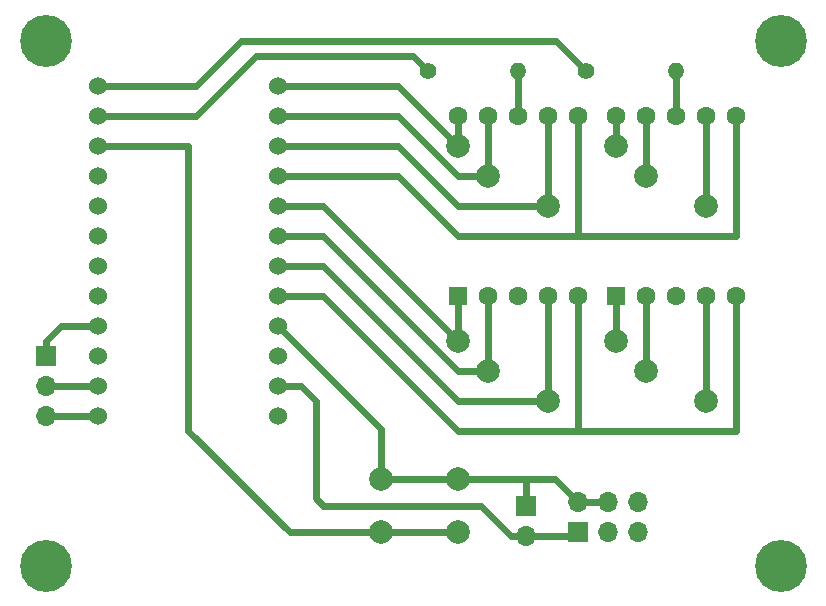
<source format=gbr>
%TF.GenerationSoftware,KiCad,Pcbnew,7.0.7*%
%TF.CreationDate,2023-09-30T15:48:00-05:00*%
%TF.ProjectId,Asus Qcode,41737573-2051-4636-9f64-652e6b696361,rev?*%
%TF.SameCoordinates,Original*%
%TF.FileFunction,Copper,L2,Bot*%
%TF.FilePolarity,Positive*%
%FSLAX46Y46*%
G04 Gerber Fmt 4.6, Leading zero omitted, Abs format (unit mm)*
G04 Created by KiCad (PCBNEW 7.0.7) date 2023-09-30 15:48:00*
%MOMM*%
%LPD*%
G01*
G04 APERTURE LIST*
%TA.AperFunction,ComponentPad*%
%ADD10C,1.524000*%
%TD*%
%TA.AperFunction,ComponentPad*%
%ADD11C,4.400000*%
%TD*%
%TA.AperFunction,ComponentPad*%
%ADD12C,2.000000*%
%TD*%
%TA.AperFunction,ComponentPad*%
%ADD13R,1.700000X1.700000*%
%TD*%
%TA.AperFunction,ComponentPad*%
%ADD14O,1.700000X1.700000*%
%TD*%
%TA.AperFunction,ComponentPad*%
%ADD15C,1.400000*%
%TD*%
%TA.AperFunction,ComponentPad*%
%ADD16O,1.400000X1.400000*%
%TD*%
%TA.AperFunction,ComponentPad*%
%ADD17R,1.600000X1.600000*%
%TD*%
%TA.AperFunction,ComponentPad*%
%ADD18C,1.600000*%
%TD*%
%TA.AperFunction,ViaPad*%
%ADD19C,2.000000*%
%TD*%
%TA.AperFunction,Conductor*%
%ADD20C,0.600000*%
%TD*%
G04 APERTURE END LIST*
D10*
%TO.P,uP1,7,TX0_D1*%
%TO.N,unconnected-(uP1-TX0_D1-Pad7)*%
X34925000Y-46990000D03*
%TO.P,uP1,8,RX_D0*%
%TO.N,Net-(J1-SOUTC_P80)*%
X34925000Y-44450000D03*
%TO.P,uP1,9,RESET*%
%TO.N,unconnected-(uP1-RESET-Pad9)*%
X34925000Y-41910000D03*
%TO.P,uP1,10,GND*%
%TO.N,GND*%
X34925000Y-39370000D03*
%TO.P,uP1,11,PD2*%
%TO.N,/dp*%
X34925000Y-36830000D03*
%TO.P,uP1,12,PD3*%
%TO.N,/c*%
X34925000Y-34290000D03*
%TO.P,uP1,13,PD4*%
%TO.N,/d*%
X34925000Y-31750000D03*
%TO.P,uP1,14,PD5*%
%TO.N,/e*%
X34925000Y-29210000D03*
%TO.P,uP1,15,PD6*%
%TO.N,/b*%
X34925000Y-26670000D03*
%TO.P,uP1,16,PD7*%
%TO.N,/a*%
X34925000Y-24130000D03*
%TO.P,uP1,17,PB0*%
%TO.N,/f*%
X34925000Y-21590000D03*
%TO.P,uP1,18,PB1*%
%TO.N,/g*%
X34925000Y-19050000D03*
%TO.P,uP1,19,RAW*%
%TO.N,Net-(J2-Pin_3)*%
X19685000Y-46990000D03*
%TO.P,uP1,20,GND*%
%TO.N,Net-(J2-Pin_2)*%
X19685000Y-44450000D03*
%TO.P,uP1,21,RESET*%
%TO.N,unconnected-(uP1-RESET-Pad21)*%
X19685000Y-41910000D03*
%TO.P,uP1,22,Vcc/5v*%
%TO.N,Net-(J2-Pin_1)*%
X19685000Y-39370000D03*
%TO.P,uP1,23,PC3/A3*%
%TO.N,unconnected-(uP1-PC3{slash}A3-Pad23)*%
X19685000Y-36830000D03*
%TO.P,uP1,24,PC2/A2*%
%TO.N,unconnected-(uP1-PC2{slash}A2-Pad24)*%
X19685000Y-34290000D03*
%TO.P,uP1,25,PC1/A1*%
%TO.N,unconnected-(uP1-PC1{slash}A1-Pad25)*%
X19685000Y-31750000D03*
%TO.P,uP1,26,PC0/A0*%
%TO.N,unconnected-(uP1-PC0{slash}A0-Pad26)*%
X19685000Y-29210000D03*
%TO.P,uP1,27,PB5*%
%TO.N,unconnected-(uP1-PB5-Pad27)*%
X19685000Y-26670000D03*
%TO.P,uP1,28,PB4*%
%TO.N,Net-(uP1-PB4)*%
X19685000Y-24130000D03*
%TO.P,uP1,29,PB3*%
%TO.N,Net-(uP1-PB3)*%
X19685000Y-21590000D03*
%TO.P,uP1,30,PB2*%
%TO.N,Net-(uP1-PB2)*%
X19685000Y-19050000D03*
%TD*%
D11*
%TO.P,REF\u002A\u002A,1*%
%TO.N,N/C*%
X77470000Y-59690000D03*
%TD*%
D12*
%TO.P,SW1,1,1*%
%TO.N,Net-(uP1-PB4)*%
X50165000Y-56860000D03*
X43665000Y-56860000D03*
%TO.P,SW1,2,2*%
%TO.N,GND*%
X50165000Y-52360000D03*
X43665000Y-52360000D03*
%TD*%
D13*
%TO.P,J1,1,SOUTC_P80*%
%TO.N,Net-(J1-SOUTC_P80)*%
X60325000Y-56860000D03*
D14*
%TO.P,J1,2,GND*%
%TO.N,GND*%
X60325000Y-54320000D03*
%TO.P,J1,3*%
%TO.N,N/C*%
X62865000Y-56860000D03*
%TO.P,J1,4,GND*%
%TO.N,GND*%
X62865000Y-54320000D03*
%TO.P,J1,5,+3.3V*%
%TO.N,unconnected-(J1-+3.3V-Pad5)*%
X65405000Y-56860000D03*
%TO.P,J1,6,O_COM_TXD1*%
%TO.N,unconnected-(J1-O_COM_TXD1-Pad6)*%
X65405000Y-54320000D03*
%TD*%
D13*
%TO.P,J2,1,Pin_1*%
%TO.N,Net-(J2-Pin_1)*%
X15240000Y-41910000D03*
D14*
%TO.P,J2,2,Pin_2*%
%TO.N,Net-(J2-Pin_2)*%
X15240000Y-44450000D03*
%TO.P,J2,3,Pin_3*%
%TO.N,Net-(J2-Pin_3)*%
X15240000Y-46990000D03*
%TD*%
D11*
%TO.P,REF\u002A\u002A,1*%
%TO.N,N/C*%
X77470000Y-15240000D03*
%TD*%
D15*
%TO.P,R1,1*%
%TO.N,Net-(uP1-PB3)*%
X47625000Y-17780000D03*
D16*
%TO.P,R1,2*%
%TO.N,/dsp1*%
X55245000Y-17780000D03*
%TD*%
D11*
%TO.P,REF\u002A\u002A,1*%
%TO.N,N/C*%
X15240000Y-59690000D03*
%TD*%
D17*
%TO.P,DSP2,1,e*%
%TO.N,/e*%
X63500000Y-36830000D03*
D18*
%TO.P,DSP2,2,d*%
%TO.N,/d*%
X66040000Y-36830000D03*
%TO.P,DSP2,3,C.A.*%
%TO.N,unconnected-(AFF2-C.A.-Pad3)*%
X68580000Y-36830000D03*
%TO.P,DSP2,4,c*%
%TO.N,/c*%
X71120000Y-36830000D03*
%TO.P,DSP2,5,DP*%
%TO.N,/dp*%
X73660000Y-36830000D03*
%TO.P,DSP2,6,b*%
%TO.N,/b*%
X73660000Y-21590000D03*
%TO.P,DSP2,7,a*%
%TO.N,/a*%
X71120000Y-21590000D03*
%TO.P,DSP2,8,C.A.*%
%TO.N,/dsp2*%
X68580000Y-21590000D03*
%TO.P,DSP2,9,f*%
%TO.N,/f*%
X66040000Y-21590000D03*
%TO.P,DSP2,10,g*%
%TO.N,/g*%
X63500000Y-21590000D03*
%TD*%
D15*
%TO.P,R2,1*%
%TO.N,Net-(uP1-PB2)*%
X60960000Y-17780000D03*
D16*
%TO.P,R2,2*%
%TO.N,/dsp2*%
X68580000Y-17780000D03*
%TD*%
D17*
%TO.P,DSP1,1,e*%
%TO.N,/e*%
X50165000Y-36830000D03*
D18*
%TO.P,DSP1,2,d*%
%TO.N,/d*%
X52705000Y-36830000D03*
%TO.P,DSP1,3,C.A.*%
%TO.N,unconnected-(AFF1-C.A.-Pad3)*%
X55245000Y-36830000D03*
%TO.P,DSP1,4,c*%
%TO.N,/c*%
X57785000Y-36830000D03*
%TO.P,DSP1,5,DP*%
%TO.N,/dp*%
X60325000Y-36830000D03*
%TO.P,DSP1,6,b*%
%TO.N,/b*%
X60325000Y-21590000D03*
%TO.P,DSP1,7,a*%
%TO.N,/a*%
X57785000Y-21590000D03*
%TO.P,DSP1,8,C.A.*%
%TO.N,/dsp1*%
X55245000Y-21590000D03*
%TO.P,DSP1,9,f*%
%TO.N,/f*%
X52705000Y-21590000D03*
%TO.P,DSP1,10,g*%
%TO.N,/g*%
X50165000Y-21590000D03*
%TD*%
D13*
%TO.P,J3,1,Pin_1*%
%TO.N,GND*%
X55880000Y-54610000D03*
D14*
%TO.P,J3,2,Pin_2*%
%TO.N,Net-(J1-SOUTC_P80)*%
X55880000Y-57150000D03*
%TD*%
D11*
%TO.P,REF\u002A\u002A,1*%
%TO.N,N/C*%
X15240000Y-15240000D03*
%TD*%
D19*
%TO.N,/e*%
X50165000Y-40640000D03*
X63500000Y-40640000D03*
%TO.N,/d*%
X52705000Y-43180000D03*
X66040000Y-43180000D03*
%TO.N,/c*%
X71120000Y-45720000D03*
X57785000Y-45720000D03*
%TO.N,/a*%
X57785000Y-29210000D03*
X71120000Y-29210000D03*
%TO.N,/f*%
X52705000Y-26670000D03*
X66040000Y-26670000D03*
%TO.N,/g*%
X50165000Y-24130000D03*
X63500000Y-24130000D03*
%TD*%
D20*
%TO.N,/g*%
X50165000Y-21590000D02*
X50165000Y-24130000D01*
%TO.N,/a*%
X57785000Y-21590000D02*
X57785000Y-29210000D01*
%TO.N,/f*%
X52705000Y-21590000D02*
X52705000Y-26670000D01*
%TO.N,/dsp1*%
X55245000Y-17780000D02*
X55245000Y-21590000D01*
%TO.N,/b*%
X60325000Y-21590000D02*
X60325000Y-31750000D01*
%TO.N,/dp*%
X60325000Y-36830000D02*
X60325000Y-48260000D01*
%TO.N,/c*%
X57785000Y-36830000D02*
X57785000Y-45720000D01*
%TO.N,/d*%
X52705000Y-36830000D02*
X52705000Y-43180000D01*
%TO.N,/e*%
X50165000Y-36830000D02*
X50165000Y-40640000D01*
%TO.N,Net-(uP1-PB3)*%
X46355000Y-16510000D02*
X47625000Y-17780000D01*
X33020000Y-16510000D02*
X46355000Y-16510000D01*
X27940000Y-21590000D02*
X33020000Y-16510000D01*
X19685000Y-21590000D02*
X27940000Y-21590000D01*
%TO.N,/e*%
X34925000Y-29210000D02*
X38735000Y-29210000D01*
X63500000Y-40640000D02*
X63500000Y-36707500D01*
X50165000Y-40640000D02*
X50287500Y-40517500D01*
X38735000Y-29210000D02*
X50165000Y-40640000D01*
%TO.N,/d*%
X52705000Y-43180000D02*
X52827500Y-43057500D01*
X34925000Y-31750000D02*
X38735000Y-31750000D01*
X50165000Y-43180000D02*
X52705000Y-43180000D01*
X66040000Y-43180000D02*
X66040000Y-36707500D01*
X38735000Y-31750000D02*
X50165000Y-43180000D01*
%TO.N,/dsp1*%
X55376627Y-21580873D02*
X55367500Y-21590000D01*
%TO.N,/c*%
X34925000Y-34290000D02*
X38735000Y-34290000D01*
X71120000Y-45720000D02*
X71120000Y-36707500D01*
X57785000Y-45720000D02*
X57907500Y-45597500D01*
X38735000Y-34290000D02*
X50165000Y-45720000D01*
X50165000Y-45720000D02*
X57785000Y-45720000D01*
%TO.N,/dp*%
X38735000Y-36830000D02*
X50165000Y-48260000D01*
X73660000Y-48260000D02*
X73660000Y-36707500D01*
X50165000Y-48260000D02*
X60325000Y-48260000D01*
X34925000Y-36830000D02*
X38735000Y-36830000D01*
X60325000Y-48260000D02*
X73660000Y-48260000D01*
%TO.N,/b*%
X34925000Y-26670000D02*
X45085000Y-26670000D01*
X73660000Y-31750000D02*
X73660000Y-21467500D01*
X50165000Y-31750000D02*
X60325000Y-31750000D01*
X45085000Y-26670000D02*
X50165000Y-31750000D01*
X60325000Y-31750000D02*
X73660000Y-31750000D01*
%TO.N,/a*%
X45085000Y-24130000D02*
X50165000Y-29210000D01*
X57785000Y-29210000D02*
X57907500Y-29087500D01*
X34925000Y-24130000D02*
X45085000Y-24130000D01*
X50165000Y-29210000D02*
X57785000Y-29210000D01*
X71120000Y-29210000D02*
X71120000Y-21467500D01*
%TO.N,/f*%
X52705000Y-26670000D02*
X52827500Y-26547500D01*
X50165000Y-26670000D02*
X52705000Y-26670000D01*
X66040000Y-26670000D02*
X66040000Y-21467500D01*
X45085000Y-21590000D02*
X50165000Y-26670000D01*
X34925000Y-21590000D02*
X45085000Y-21590000D01*
%TO.N,/g*%
X63500000Y-24130000D02*
X63500000Y-21467500D01*
X50165000Y-24130000D02*
X50287500Y-24007500D01*
X45085000Y-19050000D02*
X50165000Y-24130000D01*
X34925000Y-19050000D02*
X45085000Y-19050000D01*
%TO.N,/dsp2*%
X68580000Y-17780000D02*
X68580000Y-21467500D01*
%TO.N,Net-(uP1-PB4)*%
X35905000Y-56860000D02*
X27305000Y-48260000D01*
X50165000Y-56860000D02*
X43665000Y-56860000D01*
X27305000Y-24130000D02*
X19685000Y-24130000D01*
X27305000Y-48260000D02*
X27305000Y-24130000D01*
X43665000Y-56860000D02*
X35905000Y-56860000D01*
%TO.N,GND*%
X34925000Y-39370000D02*
X43665000Y-48110000D01*
X55880000Y-54610000D02*
X55880000Y-52360000D01*
X58365000Y-52360000D02*
X60325000Y-54320000D01*
X55880000Y-52360000D02*
X58365000Y-52360000D01*
X60325000Y-54320000D02*
X62865000Y-54320000D01*
X50165000Y-52360000D02*
X55880000Y-52360000D01*
X43665000Y-52360000D02*
X50165000Y-52360000D01*
X43665000Y-48110000D02*
X43665000Y-52360000D01*
%TO.N,Net-(J2-Pin_1)*%
X15240000Y-41910000D02*
X15240000Y-40640000D01*
X15240000Y-40640000D02*
X16510000Y-39370000D01*
X16510000Y-39370000D02*
X19685000Y-39370000D01*
%TO.N,Net-(J1-SOUTC_P80)*%
X55880000Y-57150000D02*
X54610000Y-57150000D01*
X38735000Y-54610000D02*
X38100000Y-53975000D01*
X36830000Y-44450000D02*
X34925000Y-44450000D01*
X52070000Y-54610000D02*
X38735000Y-54610000D01*
X38100000Y-53975000D02*
X38100000Y-45720000D01*
X55880000Y-57150000D02*
X60035000Y-57150000D01*
X38100000Y-45720000D02*
X36830000Y-44450000D01*
X60035000Y-57150000D02*
X60325000Y-56860000D01*
X54610000Y-57150000D02*
X52070000Y-54610000D01*
%TO.N,Net-(J2-Pin_2)*%
X15240000Y-44450000D02*
X19685000Y-44450000D01*
%TO.N,Net-(J2-Pin_3)*%
X15240000Y-46990000D02*
X19685000Y-46990000D01*
%TO.N,Net-(uP1-PB2)*%
X58420000Y-15240000D02*
X60960000Y-17780000D01*
X19685000Y-19050000D02*
X27940000Y-19050000D01*
X27940000Y-19050000D02*
X31750000Y-15240000D01*
X31750000Y-15240000D02*
X58420000Y-15240000D01*
%TD*%
M02*

</source>
